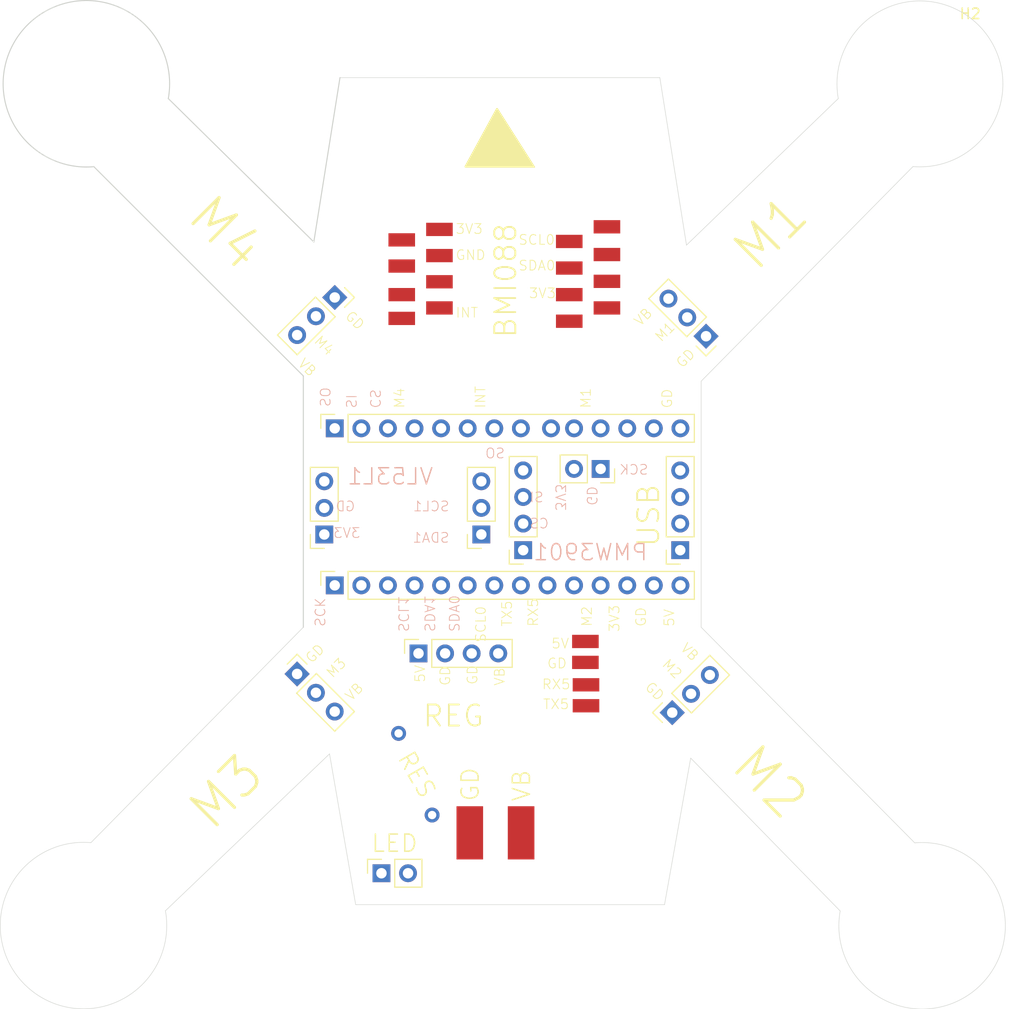
<source format=kicad_pcb>
(kicad_pcb (version 20241229) (generator "pcbnew") (generator_version "9.0")
  (layers (0 "F.Cu" signal) (2 "B.Cu" signal) (13 "F.Paste" user) (15 "B.Paste" user) (5 "F.SilkS" user "F.Silkscreen") (7 "B.SilkS" user "B.Silkscreen") (1 "F.Mask" user) (3 "B.Mask" user) (25 "Edge.Cuts" user))
  (net 0 "")
  (net 1 "/3V3")
  (net 2 "/VBAT")
  (net 3 "/GND")
  (net 4 "/M1")
  (net 5 "/M2")
  (net 6 "/M3")
  (net 7 "/M4")
  (net 9 "/INT")
  (net 11 "/SCL0")
  (net 12 "/SDA0")
  (net 21 "/MISO")
  (net 23 "/CS")
  (net 24 "/MOSI")
  (net 27 "/SCK")
  (net 29 "/RX1")
  (net 30 "/SCL1")
  (net 31 "/SDA1")
  (net 32 "/LED_MCU")
  (net 34 "/5V")
  (net 40 "/LED_LED")
  (net 43 "/TX5")
  (net 44 "/RX5")
  (footprint "teensypi_v91:SMD1,27-2,54" (layer "F.Cu") (at 163.9 70.69 90)
    (property "Reference" "PAD11" (hide yes))
    (property "Value" "SMD2" (hide yes))
    (pad "1" smd rect (at 0 -1.5 90) (size 1.27 2.54) (layers "F.Cu" "F.Mask" "F.Paste") (net 12 "/SDA0"))
  )
  (footprint "" (layer "F.Cu") (at 190.5 57.6)
    (property "Reference" "" (at 0 0 0) (layer "F.SilkS") (effects (font (size 1.27 1.27))))
    (property "Value" "")
    (pad "" np_thru_hole circle (at 0 0) (size 2.2 2.2) (drill 2.2) (layers "*.Cu" "*.Mask"))
  )
  (footprint "Connector_PinSocket_2.54mm:PinSocket_1x03_P2.54mm_Vertical" (layer "F.Cu") (at 172.236878 113.157767 135)
    (property "Reference" "M2" (hide yes))
    (property "Value" "455-1750-1-ND" (hide yes))
    (fp_line (start 1.33 -1.33) (end 1.33 0) (stroke (width 0.12)) (layer "F.SilkS"))
    (fp_line (start 0 -1.33) (end 1.33 -1.33) (stroke (width 0.12)) (layer "F.SilkS"))
    (fp_line (start 1.33 1.270001) (end 1.33 6.409999) (stroke (width 0.12)) (layer "F.SilkS"))
    (fp_line (start -1.33 1.270001) (end 1.33 1.270001) (stroke (width 0.12)) (layer "F.SilkS"))
    (fp_line (start -1.33 1.270001) (end -1.33 6.409999) (stroke (width 0.12)) (layer "F.SilkS"))
    (fp_line (start -1.33 6.409999) (end 1.33 6.409999) (stroke (width 0.12)) (layer "F.SilkS"))
    (pad "1" thru_hole rect (at 0 0 135) (size 1.7 1.7) (drill 1) (layers "*.Cu" "*.Mask") (net 3 "/GND"))
    (pad "2" thru_hole oval (at 0 2.54 135) (size 1.7 1.7) (drill 1) (layers "*.Cu" "*.Mask") (net 5 "/M2"))
    (pad "3" thru_hole oval (at 0 5.079999 135) (size 1.7 1.7) (drill 1) (layers "*.Cu" "*.Mask") (net 2 "/VBAT"))
  )
  (footprint "" (layer "F.Cu") (at 112 129)
    (property "Reference" "" (at 0 0 0) (layer "F.SilkS") (effects (font (size 1.27 1.27))))
    (property "Value" "")
    (pad "" np_thru_hole circle (at 0 0) (size 2.2 2.2) (drill 2.2) (layers "*.Cu" "*.Mask"))
  )
  (footprint "teensypi_v91:1X1" (layer "F.Cu") (at 149.3 122.94)
    (property "Reference" "U$1" (hide yes))
    (property "Value" "1X1" (hide yes))
    (fp_poly (pts (xy -0.254 0.254) (xy 0.254 0.254) (xy 0.254 -0.254) (xy -0.254 -0.254)) (fill yes) (layer "F.Cu"))
    (pad "1" thru_hole circle (at 0 0) (size 1.4224 1.4224) (drill 0.8) (layers "*.Cu" "*.Mask") (net 40 "/LED_LED"))
  )
  (footprint "Connector_PinSocket_2.54mm:PinSocket_1x14_P2.54mm_Vertical" (layer "F.Cu") (at 140 86 90)
    (property "Reference" "T2" (hide yes))
    (property "Value" "CONN_14" (hide yes))
    (fp_line (start 1.33 -1.33) (end 1.33 0) (stroke (width 0.12)) (layer "F.SilkS"))
    (fp_line (start 0 -1.33) (end 1.33 -1.33) (stroke (width 0.12)) (layer "F.SilkS"))
    (fp_line (start 1.33 1.27) (end 1.33 34.35) (stroke (width 0.12)) (layer "F.SilkS"))
    (fp_line (start -1.33 1.27) (end 1.33 1.27) (stroke (width 0.12)) (layer "F.SilkS"))
    (fp_line (start -1.33 1.27) (end -1.33 34.35) (stroke (width 0.12)) (layer "F.SilkS"))
    (fp_line (start -1.33 34.35) (end 1.33 34.35) (stroke (width 0.12)) (layer "F.SilkS"))
    (pad "1" thru_hole rect (at 0 0 90) (size 1.7 1.7) (drill 1) (layers "*.Cu" "*.Mask") (net 21 "/MISO"))
    (pad "2" thru_hole oval (at 0 2.54 90) (size 1.7 1.7) (drill 1) (layers "*.Cu" "*.Mask") (net 24 "/MOSI"))
    (pad "3" thru_hole oval (at 0 5.08 90) (size 1.7 1.7) (drill 1) (layers "*.Cu" "*.Mask") (net 23 "/CS"))
    (pad "4" thru_hole oval (at 0 7.62 90) (size 1.7 1.7) (drill 1) (layers "*.Cu" "*.Mask") (net 7 "/M4"))
    (pad "5" thru_hole oval (at 0 10.16 90) (size 1.7 1.7) (drill 1) (layers "*.Cu" "*.Mask"))
    (pad "6" thru_hole oval (at 0 12.7 90) (size 1.7 1.7) (drill 1) (layers "*.Cu" "*.Mask"))
    (pad "7" thru_hole oval (at 0 15.24 90) (size 1.7 1.7) (drill 1) (layers "*.Cu" "*.Mask") (net 9 "/INT"))
    (pad "8" thru_hole oval (at 0 17.78 90) (size 1.7 1.7) (drill 1) (layers "*.Cu" "*.Mask"))
    (pad "9" thru_hole oval (at 0 20.66 90) (size 1.7 1.7) (drill 1) (layers "*.Cu" "*.Mask"))
    (pad "10" thru_hole oval (at 0 22.86 90) (size 1.7 1.7) (drill 1) (layers "*.Cu" "*.Mask"))
    (pad "11" thru_hole oval (at 0 25.4 90) (size 1.7 1.7) (drill 1) (layers "*.Cu" "*.Mask"))
    (pad "12" thru_hole oval (at 0 27.94 90) (size 1.7 1.7) (drill 1) (layers "*.Cu" "*.Mask"))
    (pad "13" thru_hole oval (at 0 30.48 90) (size 1.7 1.7) (drill 1) (layers "*.Cu" "*.Mask") (net 29 "/RX1"))
    (pad "14" thru_hole oval (at 0 33.02 90) (size 1.7 1.7) (drill 1) (layers "*.Cu" "*.Mask") (net 3 "/GND"))
  )
  (footprint "Connector_PinSocket_2.54mm:PinSocket_1x04_P2.54mm_Vertical" (layer "F.Cu") (at 173 97.64 180)
    (property "Reference" "PMW3901_2" (hide yes))
    (property "Value" "CONN_04PTH" (hide yes))
    (fp_line (start 1.33 1.27) (end 1.33 8.95) (stroke (width 0.12)) (layer "F.SilkS"))
    (fp_line (start 1.33 -1.33) (end 1.33 0) (stroke (width 0.12)) (layer "F.SilkS"))
    (fp_line (start 0 -1.33) (end 1.33 -1.33) (stroke (width 0.12)) (layer "F.SilkS"))
    (fp_line (start -1.33 8.95) (end 1.33 8.95) (stroke (width 0.12)) (layer "F.SilkS"))
    (fp_line (start -1.33 1.27) (end 1.33 1.27) (stroke (width 0.12)) (layer "F.SilkS"))
    (fp_line (start -1.33 1.27) (end -1.33 8.95) (stroke (width 0.12)) (layer "F.SilkS"))
    (pad "1" thru_hole rect (at 0 0 180) (size 1.7 1.7) (drill 1) (layers "*.Cu" "*.Mask"))
    (pad "2" thru_hole oval (at 0 2.54 180) (size 1.7 1.7) (drill 1) (layers "*.Cu" "*.Mask"))
    (pad "3" thru_hole oval (at 0 5.08 180) (size 1.7 1.7) (drill 1) (layers "*.Cu" "*.Mask"))
    (pad "4" thru_hole oval (at 0 7.62 180) (size 1.7 1.7) (drill 1) (layers "*.Cu" "*.Mask") (net 27 "/SCK"))
  )
  (footprint "" (layer "F.Cu") (at 120 48.9)
    (property "Reference" "" (at 0 0 0) (layer "F.SilkS") (effects (font (size 1.27 1.27))))
    (property "Value" "")
    (pad "" np_thru_hole circle (at 0 0) (size 2.2 2.2) (drill 2.2) (layers "*.Cu" "*.Mask"))
  )
  (footprint "" (layer "F.Cu") (at 191.9 137.4)
    (property "Reference" "" (at 0 0 0) (layer "F.SilkS") (effects (font (size 1.27 1.27))))
    (property "Value" "")
    (pad "" np_thru_hole circle (at 0 0) (size 2.2 2.2) (drill 2.2) (layers "*.Cu" "*.Mask"))
  )
  (footprint "teensypi_v91:SMD1,27-2,54" (layer "F.Cu") (at 148.5 71.96 90)
    (property "Reference" "PAD16" (hide yes))
    (property "Value" "SMD2" (hide yes))
    (pad "1" smd rect (at -0.04 1.5 90) (size 1.27 2.54) (layers "F.Cu" "F.Mask" "F.Paste"))
  )
  (footprint "Connector_PinSocket_2.54mm:PinSocket_1x03_P2.54mm_Vertical" (layer "F.Cu") (at 175.467767 77.203123 -135)
    (property "Reference" "M1" (hide yes))
    (property "Value" "455-1750-1-ND" (hide yes))
    (fp_line (start -1.33 6.409999) (end 1.33 6.409999) (stroke (width 0.12)) (layer "F.SilkS"))
    (fp_line (start 1.33 1.270001) (end 1.33 6.409999) (stroke (width 0.12)) (layer "F.SilkS"))
    (fp_line (start 1.33 -1.33) (end 1.33 0) (stroke (width 0.12)) (layer "F.SilkS"))
    (fp_line (start -1.33 1.270001) (end -1.33 6.409999) (stroke (width 0.12)) (layer "F.SilkS"))
    (fp_line (start -1.33 1.270001) (end 1.33 1.270001) (stroke (width 0.12)) (layer "F.SilkS"))
    (fp_line (start 0 -1.33) (end 1.33 -1.33) (stroke (width 0.12)) (layer "F.SilkS"))
    (pad "1" thru_hole rect (at 0 0 225) (size 1.7 1.7) (drill 1) (layers "*.Cu" "*.Mask") (net 3 "/GND"))
    (pad "2" thru_hole oval (at 0 2.54 225) (size 1.7 1.7) (drill 1) (layers "*.Cu" "*.Mask") (net 4 "/M1"))
    (pad "3" thru_hole oval (at 0 5.079999 225) (size 1.7 1.7) (drill 1) (layers "*.Cu" "*.Mask") (net 2 "/VBAT"))
  )
  (footprint "teensypi_v91:SMD1,27-2,54" (layer "F.Cu") (at 144.9 68.15 90)
    (property "Reference" "BMI_1" (hide yes))
    (property "Value" "SMD2" (hide yes))
    (pad "1" smd rect (at 1.15 5.1 90) (size 1.27 2.54) (layers "F.Cu" "F.Mask" "F.Paste") (net 1 "/3V3"))
  )
  (footprint "teensypi_v91:1X1" (layer "F.Cu") (at 146.1 115.14)
    (property "Reference" "U$2" (hide yes))
    (property "Value" "1X1" (hide yes))
    (fp_poly (pts (xy -0.254 0.254) (xy 0.254 0.254) (xy 0.254 -0.254) (xy -0.254 -0.254)) (fill yes) (layer "F.Cu"))
    (pad "1" thru_hole circle (at 0 0) (size 1.4224 1.4224) (drill 0.8) (layers "*.Cu" "*.Mask") (net 32 "/LED_MCU"))
  )
  (footprint "" (layer "F.Cu") (at 119.5 129)
    (property "Reference" "" (at 0 0 0) (layer "F.SilkS") (effects (font (size 1.27 1.27))))
    (property "Value" "")
    (pad "" np_thru_hole circle (at 0 0) (size 2.2 2.2) (drill 2.2) (layers "*.Cu" "*.Mask"))
  )
  (footprint "teensypi_v91:SMD1,27-2,54" (layer "F.Cu") (at 167.5 71.96 90)
    (property "Reference" "PAD21" (hide yes))
    (property "Value" "SMD2" (hide yes))
    (pad "1" smd rect (at 0 -1.5 90) (size 1.27 2.54) (layers "F.Cu" "F.Mask" "F.Paste"))
  )
  (footprint "teensypi_v91:SMD1,27-2,54" (layer "F.Cu") (at 145 75.5 90)
    (property "Reference" "PAD18" (hide yes))
    (property "Value" "SMD2" (hide yes))
    (pad "1" smd rect (at 0 1.4 90) (size 1.27 2.54) (layers "F.Cu" "F.Mask" "F.Paste"))
  )
  (footprint "teensypi_v91:SMD1,27-2,54" (layer "F.Cu") (at 145 70.42 90)
    (property "Reference" "PAD9" (hide yes))
    (property "Value" "SMD2" (hide yes))
    (pad "1" smd rect (at -0.08 1.4 90) (size 1.27 2.54) (layers "F.Cu" "F.Mask" "F.Paste"))
  )
  (footprint "Connector_PinSocket_2.54mm:PinSocket_1x03_P2.54mm_Vertical" (layer "F.Cu") (at 136.403949 109.463949 45)
    (property "Reference" "M3" (hide yes))
    (property "Value" "455-1750-1-ND" (hide yes))
    (fp_line (start 0 -1.33) (end 1.33 -1.33) (stroke (width 0.12)) (layer "F.SilkS"))
    (fp_line (start -1.33 1.270001) (end 1.33 1.270001) (stroke (width 0.12)) (layer "F.SilkS"))
    (fp_line (start -1.33 1.270001) (end -1.33 6.409999) (stroke (width 0.12)) (layer "F.SilkS"))
    (fp_line (start 1.33 -1.33) (end 1.33 0) (stroke (width 0.12)) (layer "F.SilkS"))
    (fp_line (start 1.33 1.270001) (end 1.33 6.409999) (stroke (width 0.12)) (layer "F.SilkS"))
    (fp_line (start -1.33 6.409999) (end 1.33 6.409999) (stroke (width 0.12)) (layer "F.SilkS"))
    (pad "1" thru_hole rect (at 0 0 45) (size 1.7 1.7) (drill 1) (layers "*.Cu" "*.Mask") (net 3 "/GND"))
    (pad "2" thru_hole oval (at 0 2.54 45) (size 1.7 1.7) (drill 1) (layers "*.Cu" "*.Mask") (net 6 "/M3"))
    (pad "3" thru_hole oval (at 0 5.079999 45) (size 1.7 1.7) (drill 1) (layers "*.Cu" "*.Mask") (net 2 "/VBAT"))
  )
  (footprint "teensypi_v91:SMD1,27-2,54" (layer "F.Cu") (at 144.9 73.23 90)
    (property "Reference" "PAD7" (hide yes))
    (property "Value" "SMD2" (hide yes))
    (pad "1" smd rect (at 0 1.5 90) (size 1.27 2.54) (layers "F.Cu" "F.Mask" "F.Paste"))
  )
  (footprint "" (layer "F.Cu") (at 200.7 57.1)
    (property "Reference" "" (at 0 0 0) (layer "F.SilkS") (effects (font (size 1.27 1.27))))
    (property "Value" "")
    (pad "" np_thru_hole circle (at 0 0) (size 2.2 2.2) (drill 2.2) (layers "*.Cu" "*.Mask"))
  )
  (footprint "MountingHole:MountingHole_5.5mm" (layer "F.Cu") (at 196 132.9)
    (property "Reference" "H1" (hide yes))
    (property "Value" "MountingHole")
    (pad "" np_thru_hole circle (at 0 0) (size 5.5 5.5) (drill 5.5) (layers "*.Cu" "*.Mask"))
  )
  (footprint "teensypi_v91:SMD1,27-2,54" (layer "F.Cu") (at 164 112.5 -90)
    (property "Reference" "RP_RX1" (hide yes))
    (property "Value" "SMD2" (at 0 0 90) (layer "F.Cu") (effects (font (size 0.023531 0.023531) (thickness 0.001869)) (justify right)))
    (pad "1" smd rect (at 0 0 270) (size 1.27 2.54) (layers "F.Cu" "F.Mask" "F.Paste") (net 43 "/TX5"))
  )
  (footprint "teensypi_v91:SMD2,54-5,08" (layer "F.Cu") (at 152.9 124.64)
    (property "Reference" "PAD13" (hide yes))
    (property "Value" "SMD5" (at 0 0 0) (layer "F.Cu") (effects (font (size 0.023531 0.023531) (thickness 0.001869)) (justify left)))
    (pad "1" smd rect (at 0 0) (size 2.54 5.08) (layers "F.Cu" "F.Mask" "F.Paste") (net 3 "/GND"))
  )
  (footprint "MountingHole:MountingHole_2.2mm_M2" (layer "F.Cu") (at 200.7 49.6)
    (property "Reference" "H2" (at 0 -3.2 0) (layer "F.SilkS"))
    (property "Value" "MountingHole")
    (pad "" np_thru_hole circle (at 0 0) (size 2.2 2.2) (drill 2.2) (layers "*.Cu" "*.Mask"))
  )
  (footprint "" (layer "F.Cu") (at 112.5 57.8)
    (property "Reference" "" (at 0 0 0) (layer "F.SilkS") (effects (font (size 1.27 1.27))))
    (property "Value" "")
    (pad "" np_thru_hole circle (at 0 0) (size 2.2 2.2) (drill 2.2) (layers "*.Cu" "*.Mask"))
  )
  (footprint "" (layer "F.Cu") (at 112 137.9)
    (property "Reference" "" (at 0 0 0) (layer "F.SilkS") (effects (font (size 1.27 1.27))))
    (property "Value" "")
    (pad "" np_thru_hole circle (at 0 0) (size 2.2 2.2) (drill 2.2) (layers "*.Cu" "*.Mask"))
  )
  (footprint "" (layer "F.Cu") (at 120 57.8)
    (property "Reference" "" (at 0 0 0) (layer "F.SilkS") (effects (font (size 1.27 1.27))))
    (property "Value" "")
    (pad "" np_thru_hole circle (at 0 0) (size 2.2 2.2) (drill 2.2) (layers "*.Cu" "*.Mask"))
  )
  (footprint "" (layer "F.Cu") (at 120 57.8)
    (property "Reference" "" (at 0 0 0) (layer "F.SilkS") (effects (font (size 1.27 1.27))))
    (property "Value" "")
    (pad "" np_thru_hole circle (at 0 0) (size 2.2 2.2) (drill 2.2) (layers "*.Cu" "*.Mask"))
  )
  (footprint "" (layer "F.Cu") (at 120 48.9)
    (property "Reference" "" (at 0 0 0) (layer "F.SilkS") (effects (font (size 1.27 1.27))))
    (property "Value" "")
    (pad "" np_thru_hole circle (at 0 0) (size 2.2 2.2) (drill 2.2) (layers "*.Cu" "*.Mask"))
  )
  (footprint "Connector_PinSocket_2.54mm:PinSocket_1x03_P2.54mm_Vertical" (layer "F.Cu") (at 139 96.14 180)
    (property "Reference" "VL53L1_2" (hide yes))
    (property "Value" "455-1750-1-ND" (hide yes))
    (fp_line (start 1.33 1.27) (end 1.33 6.41) (stroke (width 0.12)) (layer "F.SilkS"))
    (fp_line (start 1.33 -1.33) (end 1.33 0) (stroke (width 0.12)) (layer "F.SilkS"))
    (fp_line (start 0 -1.33) (end 1.33 -1.33) (stroke (width 0.12)) (layer "F.SilkS"))
    (fp_line (start -1.33 6.41) (end 1.33 6.41) (stroke (width 0.12)) (layer "F.SilkS"))
    (fp_line (start -1.33 1.27) (end 1.33 1.27) (stroke (width 0.12)) (layer "F.SilkS"))
    (fp_line (start -1.33 1.27) (end -1.33 6.41) (stroke (width 0.12)) (layer "F.SilkS"))
    (pad "1" thru_hole rect (at 0 0 180) (size 1.7 1.7) (drill 1) (layers "*.Cu" "*.Mask") (net 1 "/3V3"))
    (pad "2" thru_hole oval (at 0 2.54 180) (size 1.7 1.7) (drill 1) (layers "*.Cu" "*.Mask") (net 3 "/GND"))
    (pad "3" thru_hole oval (at 0 5.08 180) (size 1.7 1.7) (drill 1) (layers "*.Cu" "*.Mask"))
  )
  (footprint "" (layer "F.Cu") (at 120 48.9)
    (property "Reference" "" (at 0 0 0) (layer "F.SilkS") (effects (font (size 1.27 1.27))))
    (property "Value" "")
    (pad "" np_thru_hole circle (at 0 0) (size 2.2 2.2) (drill 2.2) (layers "*.Cu" "*.Mask"))
  )
  (footprint "" (layer "F.Cu") (at 116.6 53.3)
    (property "Reference" "" (at 0 0 0) (layer "F.SilkS") (effects (font (size 1.27 1.27))))
    (property "Value" "")
    (pad "" np_thru_hole circle (at 0 0) (size 5.5 5.5) (drill 5.5) (layers "*.Cu" "*.Mask"))
  )
  (footprint "teensypi_v91:SMD1,27-2,54" (layer "F.Cu") (at 163.9426 106.36 90)
    (property "Reference" "PAD1" (hide yes))
    (property "Value" "SMD2" (at 0 0 90) (layer "F.Cu") (effects (font (size 0.023368 0.023368) (thickness 0.002032)) (justify left bottom)))
    (pad "1" smd rect (at 0 0 90) (size 1.27 2.54) (layers "F.Cu" "F.Mask" "F.Paste") (net 34 "/5V"))
  )
  (footprint "teensypi_v91:SMD1,27-2,54" (layer "F.Cu") (at 163.9426 108.36 90)
    (property "Reference" "PAD2" (hide yes))
    (property "Value" "SMD2" (at 0 0 90) (layer "F.Cu") (effects (font (size 0.023368 0.023368) (thickness 0.002032)) (justify left bottom)))
    (pad "1" smd rect (at 0 0 90) (size 1.27 2.54) (layers "F.Cu" "F.Mask" "F.Paste") (net 3 "/GND"))
  )
  (footprint "" (layer "F.Cu") (at 120 57.8)
    (property "Reference" "" (at 0 0 0) (layer "F.SilkS") (effects (font (size 1.27 1.27))))
    (property "Value" "")
    (pad "" np_thru_hole circle (at 0 0) (size 2.2 2.2) (drill 2.2) (layers "*.Cu" "*.Mask"))
  )
  (footprint "" (layer "F.Cu") (at 112.5 57.8)
    (property "Reference" "" (at 0 0 0) (layer "F.SilkS") (effects (font (size 1.27 1.27))))
    (property "Value" "")
    (pad "" np_thru_hole circle (at 0 0) (size 2.2 2.2) (drill 2.2) (layers "*.Cu" "*.Mask"))
  )
  (footprint "" (layer "F.Cu") (at 199.4 128.5)
    (property "Reference" "" (at 0 0 0) (layer "F.SilkS") (effects (font (size 1.27 1.27))))
    (property "Value" "")
    (pad "" np_thru_hole circle (at 0 0) (size 2.2 2.2) (drill 2.2) (layers "*.Cu" "*.Mask"))
  )
  (footprint "" (layer "F.Cu") (at 112 137.9)
    (property "Reference" "" (at 0 0 0) (layer "F.SilkS") (effects (font (size 1.27 1.27))))
    (property "Value" "")
    (pad "" np_thru_hole circle (at 0 0) (size 2.2 2.2) (drill 2.2) (layers "*.Cu" "*.Mask"))
  )
  (footprint "" (layer "F.Cu") (at 112 129)
    (property "Reference" "" (at 0 0 0) (layer "F.SilkS") (effects (font (size 1.27 1.27))))
    (property "Value" "")
    (pad "" np_thru_hole circle (at 0 0) (size 2.2 2.2) (drill 2.2) (layers "*.Cu" "*.Mask"))
  )
  (footprint "" (layer "F.Cu") (at 112 137.9)
    (property "Reference" "" (at 0 0 0) (layer "F.SilkS") (effects (font (size 1.27 1.27))))
    (property "Value" "")
    (pad "" np_thru_hole circle (at 0 0) (size 2.2 2.2) (drill 2.2) (layers "*.Cu" "*.Mask"))
  )
  (footprint "teensypi_v91:SMD1,27-2,54" (layer "F.Cu") (at 166 69.4 -90)
    (property "Reference" "PAD3" (hide yes))
    (property "Value" "SMD2" (hide yes))
    (pad "1" smd rect (at 0 0 270) (size 1.27 2.54) (layers "F.Cu" "F.Mask" "F.Paste"))
  )
  (footprint "" (layer "F.Cu") (at 199.4 137.4)
    (property "Reference" "" (at 0 0 0) (layer "F.SilkS") (effects (font (size 1.27 1.27))))
    (property "Value" "")
    (pad "" np_thru_hole circle (at 0 0) (size 2.2 2.2) (drill 2.2) (layers "*.Cu" "*.Mask"))
  )
  (footprint "" (layer "F.Cu") (at 191.9 128.5)
    (property "Reference" "" (at 0 0 0) (layer "F.SilkS") (effects (font (size 1.27 1.27))))
    (property "Value" "")
    (pad "" np_thru_hole circle (at 0 0) (size 2.2 2.2) (drill 2.2) (layers "*.Cu" "*.Mask"))
  )
  (footprint "" (layer "F.Cu") (at 199.4 128.5)
    (property "Reference" "" (at 0 0 0) (layer "F.SilkS") (effects (font (size 1.27 1.27))))
    (property "Value" "")
    (pad "" np_thru_hole circle (at 0 0) (size 2.2 2.2) (drill 2.2) (layers "*.Cu" "*.Mask"))
  )
  (footprint "" (layer "F.Cu") (at 119.5 129)
    (property "Reference" "" (at 0 0 0) (layer "F.SilkS") (effects (font (size 1.27 1.27))))
    (property "Value" "")
    (pad "" np_thru_hole circle (at 0 0) (size 2.2 2.2) (drill 2.2) (layers "*.Cu" "*.Mask"))
  )
  (footprint "teensypi_v91:SMD1,27-2,54" (layer "F.Cu") (at 163.9 75.77 90)
    (property "Reference" "PAD17" (hide yes))
    (property "Value" "SMD2" (hide yes))
    (pad "1" smd rect (at 0 -1.5 90) (size 1.27 2.54) (layers "F.Cu" "F.Mask" "F.Paste"))
  )
  (footprint "" (layer "F.Cu") (at 190.5 49.6)
    (property "Reference" "" (at 0 0 0) (layer "F.SilkS") (effects (font (size 1.27 1.27))))
    (property "Value" "")
    (pad "" np_thru_hole circle (at 0 0) (size 2.2 2.2) (drill 2.2) (layers "*.Cu" "*.Mask"))
  )
  (footprint "teensypi_v91:SMD1,27-2,54" (layer "F.Cu") (at 163.9 73.23 90)
    (property "Reference" "PAD15" (hide yes))
    (property "Value" "SMD2" (hide yes))
    (pad "1" smd rect (at 0 -1.5 90) (size 1.27 2.54) (layers "F.Cu" "F.Mask" "F.Paste") (net 1 "/3V3"))
  )
  (footprint "" (layer "F.Cu") (at 119.5 137.9)
    (property "Reference" "" (at 0 0 0) (layer "F.SilkS") (effects (font (size 1.27 1.27))))
    (property "Value" "")
    (pad "" np_thru_hole circle (at 0 0) (size 2.2 2.2) (drill 2.2) (layers "*.Cu" "*.Mask"))
  )
  (footprint "" (layer "F.Cu") (at 190.5 57.6)
    (property "Reference" "" (at 0 0 0) (layer "F.SilkS") (effects (font (size 1.27 1.27))))
    (property "Value" "")
    (pad "" np_thru_hole circle (at 0 0) (size 2.2 2.2) (drill 2.2) (layers "*.Cu" "*.Mask"))
  )
  (footprint "" (layer "F.Cu") (at 119.5 129)
    (property "Reference" "" (at 0 0 0) (layer "F.SilkS") (effects (font (size 1.27 1.27))))
    (property "Value" "")
    (pad "" np_thru_hole circle (at 0 0) (size 2.2 2.2) (drill 2.2) (layers "*.Cu" "*.Mask"))
  )
  (footprint "" (layer "F.Cu") (at 112.5 57.8)
    (property "Reference" "" (at 0 0 0) (layer "F.SilkS") (effects (font (size 1.27 1.27))))
    (property "Value" "")
    (pad "" np_thru_hole circle (at 0 0) (size 2.2 2.2) (drill 2.2) (layers "*.Cu" "*.Mask"))
  )
  (footprint "Connector_PinSocket_2.54mm:PinSocket_1x03_P2.54mm_Vertical" (layer "F.Cu") (at 140 73.5 -45)
    (property "Reference" "M4" (hide yes))
    (property "Value" "455-1750-1-ND" (hide yes))
    (fp_line (start -1.33 6.409999) (end 1.33 6.409999) (stroke (width 0.12)) (layer "F.SilkS"))
    (fp_line (start -1.33 1.270001) (end -1.33 6.409999) (stroke (width 0.12)) (layer "F.SilkS"))
    (fp_line (start -1.33 1.270001) (end 1.33 1.270001) (stroke (width 0.12)) (layer "F.SilkS"))
    (fp_line (start 1.33 1.270001) (end 1.33 6.409999) (stroke (width 0.12)) (layer "F.SilkS"))
    (fp_line (start 0 -1.33) (end 1.33 -1.33) (stroke (width 0.12)) (layer "F.SilkS"))
    (fp_line (start 1.33 -1.33) (end 1.33 0) (stroke (width 0.12)) (layer "F.SilkS"))
    (pad "1" thru_hole rect (at 0 0 315) (size 1.7 1.7) (drill 1) (layers "*.Cu" "*.Mask") (net 3 "/GND"))
    (pad "2" thru_hole oval (at 0 2.54 315) (size 1.7 1.7) (drill 1) (layers "*.Cu" "*.Mask") (net 7 "/M4"))
    (pad "3" thru_hole oval (at 0 5.079999 315) (size 1.7 1.7) (drill 1) (layers "*.Cu" "*.Mask") (net 2 "/VBAT"))
  )
  (footprint "Connector_PinSocket_2.54mm:PinSocket_1x04_P2.54mm_Vertical" (layer "F.Cu") (at 148 107.5 90)
    (property "Reference" "REG1" (hide yes))
    (property "Value" "REG" (hide yes))
    (fp_line (start 1.33 -1.33) (end 1.33 0) (stroke (width 0.12)) (layer "F.SilkS"))
    (fp_line (start 0 -1.33) (end 1.33 -1.33) (stroke (width 0.12)) (layer "F.SilkS"))
    (fp_line (start 1.33 1.27) (end 1.33 8.95) (stroke (width 0.12)) (layer "F.SilkS"))
    (fp_line (start -1.33 1.27) (end 1.33 1.27) (stroke (width 0.12)) (layer "F.SilkS"))
    (fp_line (start -1.33 1.27) (end -1.33 8.95) (stroke (width 0.12)) (layer "F.SilkS"))
    (fp_line (start -1.33 8.95) (end 1.33 8.95) (stroke (width 0.12)) (layer "F.SilkS"))
    (pad "1" thru_hole rect (at 0 0 90) (size 1.7 1.7) (drill 1) (layers "*.Cu" "*.Mask") (net 34 "/5V"))
    (pad "2" thru_hole oval (at 0 2.54 90) (size 1.7 1.7) (drill 1) (layers "*.Cu" "*.Mask") (net 3 "/GND"))
    (pad "3" thru_hole oval (at 0 5.08 90) (size 1.7 1.7) (drill 1) (layers "*.Cu" "*.Mask") (net 3 "/GND"))
    (pad "4" thru_hole oval (at 0 7.62 90) (size 1.7 1.7) (drill 1) (layers "*.Cu" "*.Mask") (net 2 "/VBAT"))
  )
  (footprint "" (layer "F.Cu") (at 120 48.9)
    (property "Reference" "" (at 0 0 0) (layer "F.SilkS") (effects (font (size 1.27 1.27))))
    (property "Value" "")
    (pad "" np_thru_hole circle (at 0 0) (size 2.2 2.2) (drill 2.2) (layers "*.Cu" "*.Mask"))
  )
  (footprint "" (layer "F.Cu") (at 119.5 137.9)
    (property "Reference" "" (at 0 0 0) (layer "F.SilkS") (effects (font (size 1.27 1.27))))
    (property "Value" "")
    (pad "" np_thru_hole circle (at 0 0) (size 2.2 2.2) (drill 2.2) (layers "*.Cu" "*.Mask"))
  )
  (footprint "" (layer "F.Cu") (at 112.5 57.8)
    (property "Reference" "" (at 0 0 0) (layer "F.SilkS") (effects (font (size 1.27 1.27))))
    (property "Value" "")
    (pad "" np_thru_hole circle (at 0 0) (size 2.2 2.2) (drill 2.2) (layers "*.Cu" "*.Mask"))
  )
  (footprint "" (layer "F.Cu") (at 112.5 48.9)
    (property "Reference" "" (at 0 0 0) (layer "F.SilkS") (effects (font (size 1.27 1.27))))
    (property "Value" "")
    (pad "" np_thru_hole circle (at 0 0) (size 2.2 2.2) (drill 2.2) (layers "*.Cu" "*.Mask"))
  )
  (footprint "Connector_PinSocket_2.54mm:PinSocket_1x02_P2.54mm_Vertical" (layer "F.Cu") (at 165.4 89.875791 -90)
    (property "Reference" "PMW3901_3" (hide yes))
    (property "Value" "CONN_02" (hide yes))
    (fp_line (start -1.33 3.87) (end 1.33 3.87) (stroke (width 0.12)) (layer "F.SilkS"))
    (fp_line (start -1.33 1.27) (end -1.33 3.87) (stroke (width 0.12)) (layer "F.SilkS"))
    (fp_line (start -1.33 1.27) (end 1.33 1.27) (stroke (width 0.12)) (layer "F.SilkS"))
    (fp_line (start 1.33 1.27) (end 1.33 3.87) (stroke (width 0.12)) (layer "F.SilkS"))
    (fp_line (start 0 -1.33) (end 1.33 -1.33) (stroke (width 0.12)) (layer "F.SilkS"))
    (fp_line (start 1.33 -1.33) (end 1.33 0) (stroke (width 0.12)) (layer "F.SilkS"))
    (pad "1" thru_hole rect (at 0 0 270) (size 1.7 1.7) (drill 1) (layers "*.Cu" "*.Mask") (net 3 "/GND"))
    (pad "2" thru_hole oval (at 0 2.54 270) (size 1.7 1.7) (drill 1) (layers "*.Cu" "*.Mask") (net 1 "/3V3"))
  )
  (footprint "" (layer "F.Cu") (at 119.5 129)
    (property "Reference" "" (at 0 0 0) (layer "F.SilkS") (effects (font (size 1.27 1.27))))
    (property "Value" "")
    (pad "" np_thru_hole circle (at 0 0) (size 2.2 2.2) (drill 2.2) (layers "*.Cu" "*.Mask"))
  )
  (footprint "MountingHole:MountingHole_5.5mm" (layer "F.Cu") (at 196 53)
    (property "Reference" "H1" (hide yes))
    (property "Value" "MountingHole")
    (pad "" np_thru_hole circle (at 0 0) (size 5.5 5.5) (drill 5.5) (layers "*.Cu" "*.Mask"))
  )
  (footprint "teensypi_v91:SMD1,27-2,54" (layer "F.Cu") (at 167.5 74.5 90)
    (property "Reference" "PAD22" (hide yes))
    (property "Value" "SMD2" (hide yes))
    (pad "1" smd rect (at 0 -1.5 90) (size 1.27 2.54) (layers "F.Cu" "F.Mask" "F.Paste"))
  )
  (footprint "" (layer "F.Cu") (at 190.5 49.6)
    (property "Reference" "" (at 0 0 0) (layer "F.SilkS") (effects (font (size 1.27 1.27))))
    (property "Value" "")
    (pad "" np_thru_hole circle (at 0 0) (size 2.2 2.2) (drill 2.2) (layers "*.Cu" "*.Mask"))
  )
  (footprint "" (layer "F.Cu") (at 191.9 137.4)
    (property "Reference" "" (at 0 0 0) (layer "F.SilkS") (effects (font (size 1.27 1.27))))
    (property "Value" "")
    (pad "" np_thru_hole circle (at 0 0) (size 2.2 2.2) (drill 2.2) (layers "*.Cu" "*.Mask"))
  )
  (footprint "teensypi_v91:SMD1,27-2,54" (layer "F.Cu") (at 148.74 75 90)
    (property "Reference" "PAD8" (hide yes))
    (property "Value" "SMD2" (at 0 0 90) (layer "F.Cu") (effects (font (size 0.023531 0.023531) (thickness 0.001869)) (justify left)))
    (pad "1" smd rect (at 0.5 1.26 90) (size 1.27 2.54) (layers "F.Cu" "F.Mask" "F.Paste") (net 9 "/INT"))
  )
  (footprint "teensypi_v91:SMD1,27-2,54" (layer "F.Cu") (at 167.5 66.75 90)
    (property "Reference" "PAD19" (hide yes))
    (property "Value" "SMD2" (hide yes))
    (pad "1" smd rect (at 0 -1.5 90) (size 1.27 2.54) (layers "F.Cu" "F.Mask" "F.Paste"))
  )
  (footprint "" (layer "F.Cu") (at 119.5 137.9)
    (property "Reference" "" (at 0 0 0) (layer "F.SilkS") (effects (font (size 1.27 1.27))))
    (property "Value" "")
    (pad "" np_thru_hole circle (at 0 0) (size 2.2 2.2) (drill 2.2) (layers "*.Cu" "*.Mask"))
  )
  (footprint "Connector_PinSocket_2.54mm:PinSocket_1x03_P2.54mm_Vertical" (layer "F.Cu") (at 154 96.14 180)
    (property "Reference" "VL53L1_1" (hide yes))
    (property "Value" "455-1750-1-ND" (hide yes))
    (fp_line (start 1.33 1.27) (end 1.33 6.41) (stroke (width 0.12)) (layer "F.SilkS"))
    (fp_line (start 1.33 -1.33) (end 1.33 0) (stroke (width 0.12)) (layer "F.SilkS"))
    (fp_line (start 0 -1.33) (end 1.33 -1.33) (stroke (width 0.12)) (layer "F.SilkS"))
    (fp_line (start -1.33 6.41) (end 1.33 6.41) (stroke (width 0.12)) (layer "F.SilkS"))
    (fp_line (start -1.33 1.27) (end 1.33 1.27) (stroke (width 0.12)) (layer "F.SilkS"))
    (fp_line (start -1.33 1.27) (end -1.33 6.41) (stroke (width 0.12)) (layer "F.SilkS"))
    (pad "1" thru_hole rect (at 0 0 180) (size 1.7 1.7) (drill 1) (layers "*.Cu" "*.Mask") (net 31 "/SDA1"))
    (pad "2" thru_hole oval (at 0 2.54 180) (size 1.7 1.7) (drill 1) (layers "*.Cu" "*.Mask") (net 30 "/SCL1"))
    (pad "3" thru_hole oval (at 0 5.08 180) (size 1.7 1.7) (drill 1) (layers "*.Cu" "*.Mask"))
  )
  (footprint "Connector_PinSocket_2.54mm:PinSocket_1x14_P2.54mm_Vertical" (layer "F.Cu") (at 140 101 90)
    (property "Reference" "T1" (hide yes))
    (property "Value" "CONN_14" (hide yes))
    (fp_line (start 1.33 -1.33) (end 1.33 0) (stroke (width 0.12)) (layer "F.SilkS"))
    (fp_line (start 0 -1.33) (end 1.33 -1.33) (stroke (width 0.12)) (layer "F.SilkS"))
    (fp_line (start 1.33 1.27) (end 1.33 34.35) (stroke (width 0.12)) (layer "F.SilkS"))
    (fp_line (start -1.33 1.27) (end 1.33 1.27) (stroke (width 0.12)) (layer "F.SilkS"))
    (fp_line (start -1.33 1.27) (end -1.33 34.35) (stroke (width 0.12)) (layer "F.SilkS"))
    (fp_line (start -1.33 34.35) (end 1.33 34.35) (stroke (width 0.12)) (layer "F.SilkS"))
    (pad "1" thru_hole rect (at 0 0 90) (size 1.7 1.7) (drill 1) (layers "*.Cu" "*.Mask") (net 27 "/SCK"))
    (pad "2" thru_hole oval (at 0 2.54 90) (size 1.7 1.7) (drill 1) (layers "*.Cu" "*.Mask") (net 6 "/M3"))
    (pad "3" thru_hole oval (at 0 5.08 90) (size 1.7 1.7) (drill 1) (layers "*.Cu" "*.Mask") (net 32 "/LED_MCU"))
    (pad "4" thru_hole oval (at 0 7.62 90) (size 1.7 1.7) (drill 1) (layers "*.Cu" "*.Mask") (net 30 "/SCL1"))
    (pad "5" thru_hole oval (at 0 10.16 90) (size 1.7 1.7) (drill 1) (layers "*.Cu" "*.Mask") (net 31 "/SDA1"))
    (pad "6" thru_hole oval (at 0 12.7 90) (size 1.7 1.7) (drill 1) (layers "*.Cu" "*.Mask") (net 12 "/SDA0"))
    (pad "7" thru_hole oval (at 0 15.24 90) (size 1.7 1.7) (drill 1) (layers "*.Cu" "*.Mask") (net 11 "/SCL0"))
    (pad "8" thru_hole oval (at 0 17.78 90) (size 1.7 1.7) (drill 1) (layers "*.Cu" "*.Mask") (net 43 "/TX5"))
    (pad "9" thru_hole oval (at 0 20.32 90) (size 1.7 1.7) (drill 1) (layers "*.Cu" "*.Mask") (net 44 "/RX5"))
    (pad "10" thru_hole oval (at 0 22.86 90) (size 1.7 1.7) (drill 1) (layers "*.Cu" "*.Mask"))
    (pad "11" thru_hole oval (at 0 25.4 90) (size 1.7 1.7) (drill 1) (layers "*.Cu" "*.Mask") (net 5 "/M2"))
    (pad "12" thru_hole oval (at 0 27.94 90) (size 1.7 1.7) (drill 1) (layers "*.Cu" "*.Mask") (net 1 "/3V3"))
    (pad "13" thru_hole oval (at 0 30.48 90) (size 1.7 1.7) (drill 1) (layers "*.Cu" "*.Mask") (net 3 "/GND"))
    (pad "14" thru_hole oval (at 0 33.02 90) (size 1.7 1.7) (drill 1) (layers "*.Cu" "*.Mask") (net 34 "/5V"))
  )
  (footprint "teensypi_v91:SMD1,27-2,54" (layer "F.Cu") (at 164 110.5 -90)
    (property "Reference" "RP_TX1" (hide yes))
    (property "Value" "SMD2" (at 0 0 90) (layer "F.Cu") (effects (font (size 0.023531 0.023531) (thickness 0.001869)) (justify right)))
    (pad "1" smd rect (at 0 0 270) (size 1.27 2.54) (layers "F.Cu" "F.Mask" "F.Paste") (net 44 "/RX5"))
  )
  (footprint "" (layer "F.Cu") (at 191.9 128.5)
    (property "Reference" "" (at 0 0 0) (layer "F.SilkS") (effects (font (size 1.27 1.27))))
    (property "Value" "")
    (pad "" np_thru_hole circle (at 0 0) (size 2.2 2.2) (drill 2.2) (layers "*.Cu" "*.Mask"))
  )
  (footprint "" (layer "F.Cu") (at 199.4 137.4)
    (property "Reference" "" (at 0 0 0) (layer "F.SilkS") (effects (font (size 1.27 1.27))))
    (property "Value" "")
    (pad "" np_thru_hole circle (at 0 0) (size 2.2 2.2) (drill 2.2) (layers "*.Cu" "*.Mask"))
  )
  (footprint "Connector_PinSocket_2.54mm:PinSocket_1x04_P2.54mm_Vertical" (layer "F.Cu") (at 158 97.64 180)
    (property "Reference" "PMW3901_1" (hide yes))
    (property "Value" "CONN_04PTH" (hide yes))
    (fp_line (start 1.33 1.27) (end 1.33 8.95) (stroke (width 0.12)) (layer "F.SilkS"))
    (fp_line (start 1.33 -1.33) (end 1.33 0) (stroke (width 0.12)) (layer "F.SilkS"))
    (fp_line (start 0 -1.33) (end 1.33 -1.33) (stroke (width 0.12)) (layer "F.SilkS"))
    (fp_line (start -1.33 8.95) (end 1.33 8.95) (stroke (width 0.12)) (layer "F.SilkS"))
    (fp_line (start -1.33 1.27) (end 1.33 1.27) (stroke (width 0.12)) (layer "F.SilkS"))
    (fp_line (start -1.33 1.27) (end -1.33 8.95) (stroke (width 0.12)) (layer "F.SilkS"))
    (pad "1" thru_hole rect (at 0 0 180) (size 1.7 1.7) (drill 1) (layers "*.Cu" "*.Mask"))
    (pad "2" thru_hole oval (at 0 2.54 180) (size 1.7 1.7) (drill 1) (layers "*.Cu" "*.Mask") (net 23 "/CS"))
    (pad "3" thru_hole oval (at 0 5.08 180) (size 1.7 1.7) (drill 1) (layers "*.Cu" "*.Mask") (net 24 "/MOSI"))
    (pad "4" thru_hole oval (at 0 7.62 180) (size 1.7 1.7) (drill 1) (layers "*.Cu" "*.Mask") (net 21 "/MISO"))
  )
  (footprint "" (layer "F.Cu") (at 120 57.8)
    (property "Reference" "" (at 0 0 0) (layer "F.SilkS") (effects (font (size 1.27 1.27))))
    (property "Value" "")
    (pad "" np_thru_hole circle (at 0 0) (size 2.2 2.2) (drill 2.2) (layers "*.Cu" "*.Mask"))
  )
  (footprint "" (layer "F.Cu") (at 112 137.9)
    (property "Reference" "" (at 0 0 0) (layer "F.SilkS") (effects (font (size 1.27 1.27))))
    (property "Value" "")
    (pad "" np_thru_hole circle (at 0 0) (size 2.2 2.2) (drill 2.2) (layers "*.Cu" "*.Mask"))
  )
  (footprint "" (layer "F.Cu") (at 119.5 137.9)
    (property "Reference" "" (at 0 0 0) (layer "F.SilkS") (effects (font (size 1.27 1.27))))
    (property "Value" "")
    (pad "" np_thru_hole circle (at 0 0) (size 2.2 2.2) (drill 2.2) (layers "*.Cu" "*.Mask"))
  )
  (footprint "" (layer "F.Cu") (at 112.5 48.9)
    (property "Reference" "" (at 0 0 0) (layer "F.SilkS") (effects (font (size 1.27 1.27))))
    (property "Value" "")
    (pad "" np_thru_hole circle (at 0 0) (size 2.2 2.2) (drill 2.2) (layers "*.Cu" "*.Mask"))
  )
  (footprint "teensypi_v91:SMD1,27-2,54" (layer "F.Cu") (at 163.9 68.15 90)
    (property "Reference" "PAD10" (hide yes))
    (property "Value" "SMD2" (hide yes))
    (pad "1" smd rect (at 0 -1.5 90) (size 1.27 2.54) (layers "F.Cu" "F.Mask" "F.Paste") (net 11 "/SCL0"))
  )
  (footprint "teensypi_v91:SMD1,27-2,54" (layer "F.Cu") (at 148.74 69.5 90)
    (property "Reference" "PAD5" (hide yes))
    (property "Value" "SMD2" (at 0 0 90) (layer "F.Cu") (effects (font (size 0.023531 0.023531) (thickness 0.001869)) (justify left)))
    (pad "1" smd rect (at 0 1.26 90) (size 1.27 2.54) (layers "F.Cu" "F.Mask" "F.Paste") (net 3 "/GND"))
  )
  (footprint "" (layer "F.Cu") (at 116.1 133.4)
    (property "Reference" "" (at 0 0 0) (layer "F.SilkS") (effects (font (size 1.27 1.27))))
    (property "Value" "")
    (pad "" np_thru_hole circle (at 0 0) (size 5.5 5.5) (drill 5.5) (layers "*.Cu" "*.Mask"))
  )
  (footprint "teensypi_v91:SMD2,54-5,08" (layer "F.Cu") (at 157.8 124.64)
    (property "Reference" "PAD14" (hide yes))
    (property "Value" "SMD5" (at 0 0 0) (layer "F.Cu") (effects (font (size 0.023531 0.023531) (thickness 0.001869)) (justify left)))
    (pad "1" smd rect (at 0 0) (size 2.54 5.08) (layers "F.Cu" "F.Mask" "F.Paste") (net 2 "/VBAT"))
  )
  (footprint "Connector_PinSocket_2.54mm:PinSocket_1x02_P2.54mm_Vertical" (layer "F.Cu") (at 144.46 128.5 90)
    (property "Reference" "LED1" (hide yes))
    (property "Value" "CONN_02" (hide yes))
    (fp_line (start 1.33 -1.33) (end 1.33 0) (stroke (width 0.12)) (layer "F.SilkS"))
    (fp_line (start 0 -1.33) (end 1.33 -1.33) (stroke (width 0.12)) (layer "F.SilkS"))
    (fp_line (start 1.33 1.27) (end 1.33 3.87) (stroke (width 0.12)) (layer "F.SilkS"))
    (fp_line (start -1.33 1.27) (end 1.33 1.27) (stroke (width 0.12)) (layer "F.SilkS"))
    (fp_line (start -1.33 1.27) (end -1.33 3.87) (stroke (width 0.12)) (layer "F.SilkS"))
    (fp_line (start -1.33 3.87) (end 1.33 3.87) (stroke (width 0.12)) (layer "F.SilkS"))
    (pad "1" thru_hole rect (at 0 0 90) (size 1.7 1.7) (drill 1) (layers "*.Cu" "*.Mask") (net 40 "/LED_LED"))
    (pad "2" thru_hole oval (at 0 2.54 90) (size 1.7 1.7) (drill 1) (layers "*.Cu" "*.Mask") (net 3 "/GND"))
  )
  (footprint "teensypi_v91:SMD1,27-2,54" (layer "F.Cu") (at 149 66.75 90)
    (property "Reference" "PAD12" (hide yes))
    (property "Value" "SMD2" (at 0 0 90) (layer "F.Cu") (effects (font (size 0.023531 0.023531) (thickness 0.001869)) (justify left)))
    (pad "1" smd rect (at -1.25 -2.6 90) (size 1.27 2.54) (layers "F.Cu" "F.Mask" "F.Paste"))
  )
  (gr_poly (pts (xy 155.5 55.5) (xy 152.5 61) (xy 159 61)) (stroke (width 0.2)) (fill yes) (layer "F.SilkS"))
  (gr_line (start 137 105) (end 116.706575 125.580084) (stroke (width 0.05)) (layer "Edge.Cuts"))
  (gr_line (start 175 81.5) (end 175 105) (stroke (width 0.05)) (layer "Edge.Cuts"))
  (gr_line (start 137 81) (end 137 105) (stroke (width 0.1)) (layer "Edge.Cuts"))
  (gr_line (start 139.5 117.1) (end 123.824805 132.08694) (stroke (width 0.05)) (layer "Edge.Cuts"))
  (gr_line (start 174 117.5) (end 171.5 131.5) (stroke (width 0.05)) (layer "Edge.Cuts"))
  (gr_line (start 140.5 52.5) (end 171.051803 52.497324) (stroke (width 0.05)) (layer "Edge.Cuts"))
  (gr_line (start 195.233508 60.996568) (end 175 81.5) (stroke (width 0.05)) (layer "Edge.Cuts"))
  (gr_arc (start 123.824805 132.08694) (mid 110.635216 139.368851) (end 116.706575 125.580084) (stroke (width 0.05)) (layer "Edge.Cuts"))
  (gr_line (start 140.5 52.5) (end 138 68.2) (stroke (width 0.1)) (layer "Edge.Cuts"))
  (gr_line (start 142 131.5) (end 171.5 131.5) (stroke (width 0.05)) (layer "Edge.Cuts"))
  (gr_line (start 171.051803 52.497324) (end 173.6 68.5) (stroke (width 0.05)) (layer "Edge.Cuts"))
  (gr_arc (start 195.4 125.6) (mid 201.471359 139.388767) (end 188.28177 132.106856) (stroke (width 0.05)) (layer "Edge.Cuts"))
  (gr_line (start 175 105) (end 195.400006 125.6) (stroke (width 0.05)) (layer "Edge.Cuts"))
  (gr_line (start 124.1 54.500208) (end 138 68.2) (stroke (width 0.1)) (layer "Edge.Cuts"))
  (gr_arc (start 188.1 54.5) (mid 201.23589 47.240966) (end 195.233508 60.996568) (stroke (width 0.05)) (layer "Edge.Cuts"))
  (gr_line (start 174 117.5) (end 188.28177 132.106856) (stroke (width 0.05)) (layer "Edge.Cuts"))
  (gr_arc (start 116.98177 61.006856) (mid 110.910411 47.218089) (end 124.1 54.5) (stroke (width 0.1)) (layer "Edge.Cuts"))
  (gr_line (start 139.5 117.1) (end 142 131.5) (stroke (width 0.05)) (layer "Edge.Cuts"))
  (gr_line (start 188.1 54.5) (end 173.6 68.5) (stroke (width 0.05)) (layer "Edge.Cuts"))
  (gr_line (start 116.98177 61) (end 137 81) (stroke (width 0.1)) (layer "Edge.Cuts"))
  (gr_text "" (at 149.4 100.04 0) (layer "F.Cu") (effects (font (size 0.93472 0.93472) (thickness 0.08128)) (justify left bottom)))
  (gr_text "GD" (at 172.3 84.14 90) (layer "F.SilkS") (effects (font (size 0.93472 0.93472) (thickness 0.08128)) (justify left bottom)))
  (gr_text "VB" (at 141.6 112.2 45) (layer "F.SilkS") (effects (font (size 0.93472 0.93472) (thickness 0.08128)) (justify left bottom)))
  (gr_text "GD" (at 160.2426 109 0) (layer "F.SilkS") (effects (font (size 0.93472 0.93472) (thickness 0.08128)) (justify left bottom)))
  (gr_text "USB" (at 168.8 91.2 90) (layer "F.SilkS") (effects (font (size 2.009648 2.009648) (thickness 0.174752)) (justify right top)))
  (gr_text "GND" (at 151.5 70 0) (layer "F.SilkS") (effects (font (size 0.93472 0.93472) (thickness 0.08128)) (justify left bottom)))
  (gr_text "5V" (at 172.5 105 90) (layer "F.SilkS") (effects (font (size 0.93472 0.93472) (thickness 0.08128)) (justify left bottom)))
  (gr_text "SCL0" (at 157.5 68.54 0) (layer "F.SilkS") (effects (font (size 0.93472 0.93472) (thickness 0.08128)) (justify left bottom)))
  (gr_text "BMI088" (at 157.5 77.5 90) (layer "F.SilkS") (effects (font (size 2.009648 2.009648) (thickness 0.174752)) (justify left bottom)))
  (gr_text "SDA0" (at 157.5 71 0) (layer "F.SilkS") (effects (font (size 0.93472 0.93472) (thickness 0.08128)) (justify left bottom)))
  (gr_text "5V" (at 148.7 110.34 90) (layer "F.SilkS") (effects (font (size 0.93472 0.93472) (thickness 0.08128)) (justify left bottom)))
  (gr_text "RX5\n" (at 159.5 105 90) (layer "F.SilkS") (effects (font (size 0.93472 0.93472) (thickness 0.08128)) (justify left bottom)))
  (gr_text "M3" (at 139.8 110 45) (layer "F.SilkS") (effects (font (size 0.93472 0.93472) (thickness 0.08128)) (justify left bottom)))
  (gr_text "VB" (at 169.2 76.4 45) (layer "F.SilkS") (effects (font (size 0.93472 0.93472) (thickness 0.08128)) (justify left bottom)))
  (gr_text "TX5\n" (at 157 105 90) (layer "F.SilkS") (effects (font (size 0.93472 0.93472) (thickness 0.08128)) (justify left bottom)))
  (gr_text "M4" (at 133.8 68.6 315) (layer "F.SilkS") (effects (font (size 3.5052 3.5052) (thickness 0.3048)) (justify right top)))
  (gr_text "INT" (at 151.5 75.5 0) (layer "F.SilkS") (effects (font (size 0.93472 0.93472) (thickness 0.08128)) (justify left bottom)))
  (gr_text "M4" (at 146.731109 84.14 90) (layer "F.SilkS") (effects (font (size 0.93472 0.93472) (thickness 0.08128)) (justify left bottom)))
  (gr_text "RES" (at 145.8 117.446097 300) (layer "F.SilkS") (effects (font (size 1.63576 1.63576) (thickness 0.14224)) (justify left bottom)))
  (gr_text "3V3" (at 167.26 105.5 90) (layer "F.SilkS") (effects (font (size 0.93472 0.93472) (thickness 0.08128)) (justify left bottom)))
  (gr_text "GD" (at 171.64 111.43 315) (layer "F.SilkS") (effects (font (size 0.93472 0.93472) (thickness 0.08128)) (justify right top)))
  (gr_text "M2" (at 185.75 121.07 315) (layer "F.SilkS") (effects (font (size 3.5052 3.5052) (thickness 0.3048)) (justify right top)))
  (gr_text "M2" (at 173.34 109.33 315) (layer "F.SilkS") (effects (font (size 0.93472 0.93472) (thickness 0.08128)) (justify right top)))
  (gr_text "M1" (at 171.2 77.9 45) (layer "F.SilkS") (effects (font (size 0.93472 0.93472) (thickness 0.08128)) (justify left bottom)))
  (gr_text "LED		" (at 143.4 126.6 0) (layer "F.SilkS") (effects (font (size 1.63576 1.63576) (thickness 0.14224)) (justify left bottom)))
  (gr_text "GD" (at 153.7 110.54 90) (layer "F.SilkS") (effects (font (size 0.93472 0.93472) (thickness 0.08128)) (justify left bottom)))
  (gr_text "VB" (at 138.4 80.44 315) (layer "F.SilkS") (effects (font (size 0.93472 0.93472) (thickness 0.08128)) (justify right top)))
  (gr_text "RX5\n" (at 159.7426 111 0) (layer "F.SilkS") (effects (font (size 0.93472 0.93472) (thickness 0.08128)) (justify left bottom)))
  (gr_text "REG" (at 148.3 114.646097 0) (layer "F.SilkS") (effects (font (size 2.009648 2.009648) (thickness 0.174752)) (justify left bottom)))
  (gr_text "GD" (at 151.1 110.64 90) (layer "F.SilkS") (effects (font (size 0.93472 0.93472) (thickness 0.08128)) (justify left bottom)))
  (gr_text "M4" (at 140.1 78.44 315) (layer "F.SilkS") (effects (font (size 0.93472 0.93472) (thickness 0.08128)) (justify right top)))
  (gr_text "5V" (at 160.6426 107.1 0) (layer "F.SilkS") (effects (font (size 0.93472 0.93472) (thickness 0.08128)) (justify left bottom)))
  (gr_text "TX5\n" (at 159.8426 112.9 0) (layer "F.SilkS") (effects (font (size 0.93472 0.93472) (thickness 0.08128)) (justify left bottom)))
  (gr_text "GD" (at 143 76 315) (layer "F.SilkS") (effects (font (size 0.93472 0.93472) (thickness 0.08128)) (justify right top)))
  (gr_text "M3" (at 130.93 116.53 45) (layer "F.SilkS") (effects (font (size 3.5052 3.5052) (thickness 0.3048)) (justify right top)))
  (gr_text "VB" (at 156.3 110.64 90) (layer "F.SilkS") (effects (font (size 0.93472 0.93472) (thickness 0.08128)) (justify left bottom)))
  (gr_text "VB" (at 158.8 121.74 90) (layer "F.SilkS") (effects (font (size 1.63576 1.63576) (thickness 0.14224)) (justify left bottom)))
  (gr_text "3V3" (at 158.5 73.64 0) (layer "F.SilkS") (effects (font (size 0.93472 0.93472) (thickness 0.08128)) (justify left bottom)))
  (gr_text "GD" (at 153.9 121.74 90) (layer "F.SilkS") (effects (font (size 1.63576 1.63576) (thickness 0.14224)) (justify left bottom)))
  (gr_text "GD" (at 169.8 105 90) (layer "F.SilkS") (effects (font (size 0.93472 0.93472) (thickness 0.08128)) (justify left bottom)))
  (gr_text "M1" (at 182.9 63.1 45) (layer "F.SilkS") (effects (font (size 3.5052 3.5052) (thickness 0.3048)) (justify right top)))
  (gr_text "M1" (at 164.531109 84.14 90) (layer "F.SilkS") (effects (font (size 0.93472 0.93472) (thickness 0.08128)) (justify left bottom)))
  (gr_text "VB" (at 174.94 107.63 315) (layer "F.SilkS") (effects (font (size 0.93472 0.93472) (thickness 0.08128)) (justify right top)))
  (gr_text "GD" (at 173.2 80.4 45) (layer "F.SilkS") (effects (font (size 0.93472 0.93472) (thickness 0.08128)) (justify left bottom)))
  (gr_text "3V3" (at 151.5 67.5 0) (layer "F.SilkS") (effects (font (size 0.93472 0.93472) (thickness 0.08128)) (justify left bottom)))
  (gr_text "GD" (at 137.8 108.6 45) (layer "F.SilkS") (effects (font (size 0.93472 0.93472) (thickness 0.08128)) (justify left bottom)))
  (gr_text "M2" (at 164.631109 105 90) (layer "F.SilkS") (effects (font (size 0.93472 0.93472) (thickness 0.08128)) (justify left bottom)))
  (gr_text "INT" (at 154.464003 84.14 90) (layer "F.SilkS") (effects (font (size 0.93472 0.93472) (thickness 0.08128)) (justify left bottom)))
  (gr_text "SCL0" (at 154.5 106.5 90) (layer "F.SilkS") (effects (font (size 0.93472 0.93472) (thickness 0.08128)) (justify left bottom)))
  (gr_text "3V3" (at 161 93.94 270) (layer "B.SilkS") (effects (font (size 0.93472 0.93472) (thickness 0.08128)) (justify left bottom mirror)))
  (gr_text "SCL1" (at 146 105.5 270) (layer "B.SilkS") (effects (font (size 0.93472 0.93472) (thickness 0.08128)) (justify left bottom mirror)))
  (gr_text "SDA1" (at 151 97 0) (layer "B.SilkS") (effects (font (size 0.93472 0.93472) (thickness 0.08128)) (justify left bottom mirror)))
  (gr_text "SDA0" (at 152 105.5 90) (layer "B.SilkS") (effects (font (size 0.93472 0.93472) (thickness 0.08128)) (justify left bottom)))
  (gr_text "GD" (at 164 93.44 270) (layer "B.SilkS") (effects (font (size 0.93472 0.93472) (thickness 0.08128)) (justify left bottom mirror)))
  (gr_text "SI" (at 141 84.14 270) (layer "B.SilkS") (effects (font (size 0.93472 0.93472) (thickness 0.08128)) (justify left bottom mirror)))
  (gr_text "SO" (at 156.3 88.94 0) (layer "B.SilkS") (effects (font (size 0.93472 0.93472) (thickness 0.08128)) (justify left bottom mirror)))
  (gr_text "CS" (at 160.5 95.64 0) (layer "B.SilkS") (effects (font (size 0.93472 0.93472) (thickness 0.08128)) (justify left bottom mirror)))
  (gr_text "PMW3901" (at 169.976743 98.741554 0) (layer "B.SilkS") (effects (font (size 1.542288 1.542288) (thickness 0.134112)) (justify left bottom mirror)))
  (gr_text "GD" (at 142 94 0) (layer "B.SilkS") (effects (font (size 0.93472 0.93472) (thickness 0.08128)) (justify left bottom mirror)))
  (gr_text "SI" (at 160 93.14 0) (layer "B.SilkS") (effects (font (size 0.93472 0.93472) (thickness 0.08128)) (justify left bottom mirror)))
  (gr_text "CS" (at 143.3 84.14 270) (layer "B.SilkS") (effects (font (size 0.93472 0.93472) (thickness 0.08128)) (justify left bottom mirror)))
  (gr_text "SCK" (at 138 105 270) (layer "B.SilkS") (effects (font (size 0.93472 0.93472) (thickness 0.08128)) (justify left bottom mirror)))
  (gr_text "SDA1" (at 148.5 105.5 270) (layer "B.SilkS") (effects (font (size 0.93472 0.93472) (thickness 0.08128)) (justify left bottom mirror)))
  (gr_text "SCL1" (at 151 94 0) (layer "B.SilkS") (effects (font (size 0.93472 0.93472) (thickness 0.08128)) (justify left bottom mirror)))
  (gr_text "3V3" (at 142.5 96.54 0) (layer "B.SilkS") (effects (font (size 0.93472 0.93472) (thickness 0.08128)) (justify left bottom mirror)))
  (gr_text "SCK" (at 170 90.5 0) (layer "B.SilkS") (effects (font (size 0.93472 0.93472) (thickness 0.08128)) (justify left bottom mirror)))
  (gr_text "SO" (at 138.5 84 270) (layer "B.SilkS") (effects (font (size 0.93472 0.93472) (thickness 0.08128)) (justify left bottom mirror)))
  (gr_text "VL53L1" (at 149.5 91.5 0) (layer "B.SilkS") (effects (font (size 1.542288 1.542288) (thickness 0.134112)) (justify left bottom mirror)))
  (segment (start 157.9 123.94) (end 157.8 124.64) (width 0) (layer "F.Cu") (net 2))
  (segment (start 150 74.5) (end 150.5 74.5) (width 0.25) (layer "F.Cu") (net 9))
  (segment (start 149.3 122.94) (end 149.007996 123.255694) (width 0.3048) (layer "F.Cu") (net 40))
)
</source>
